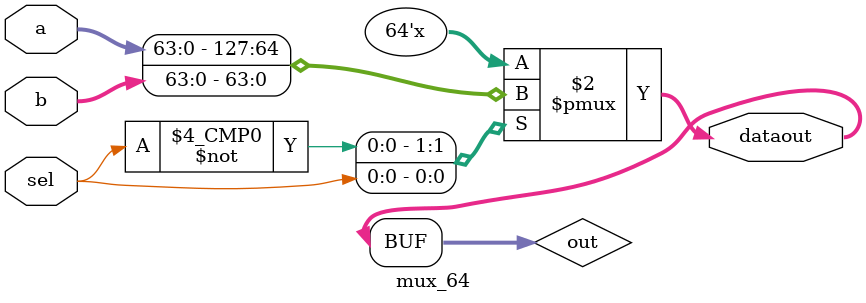
<source format=v>
module mux_64(
input[63:0] a,
input[63:0] b,
input sel,
output[63:0] dataout
);



reg[63:0] out;

    always @(*)
	   begin
		case (sel)
			1'b0: out = a;
			1'b1: out = b;
	    endcase
	   
	end
assign dataout = out;
endmodule


</source>
